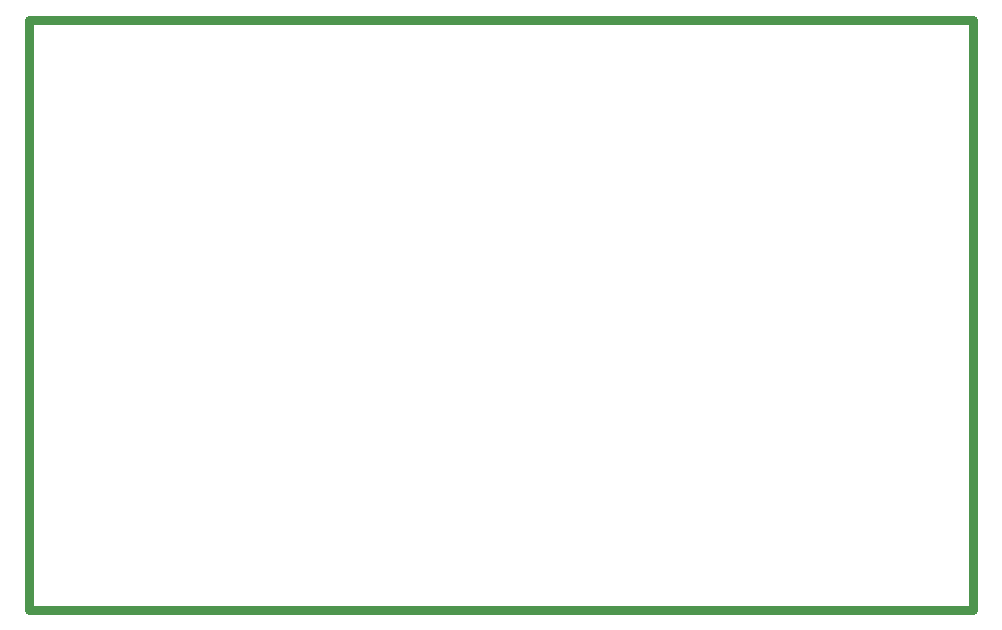
<source format=gbr>
%TF.GenerationSoftware,KiCad,Pcbnew,(6.0.0-rc1-dev-882-gdbc9130da)*%
%TF.CreationDate,2019-10-11T13:43:29+08:00*%
%TF.ProjectId,SoftDimmableLamp,536F667444696D6D61626C654C616D70,rev?*%
%TF.SameCoordinates,Original*%
%TF.FileFunction,Profile,NP*%
%FSLAX46Y46*%
G04 Gerber Fmt 4.6, Leading zero omitted, Abs format (unit mm)*
G04 Created by KiCad (PCBNEW (6.0.0-rc1-dev-882-gdbc9130da)) date 2019/10/11 13:43:29*
%MOMM*%
%LPD*%
G01*
G04 APERTURE LIST*
%ADD10C,0.800000*%
G04 APERTURE END LIST*
D10*
X50000000Y-100000000D02*
X130000000Y-100000000D01*
X130000000Y-50000000D02*
X130000000Y-100000000D01*
X50000000Y-50000000D02*
X130000000Y-50000000D01*
X50000000Y-50000000D02*
X50000000Y-100000000D01*
M02*

</source>
